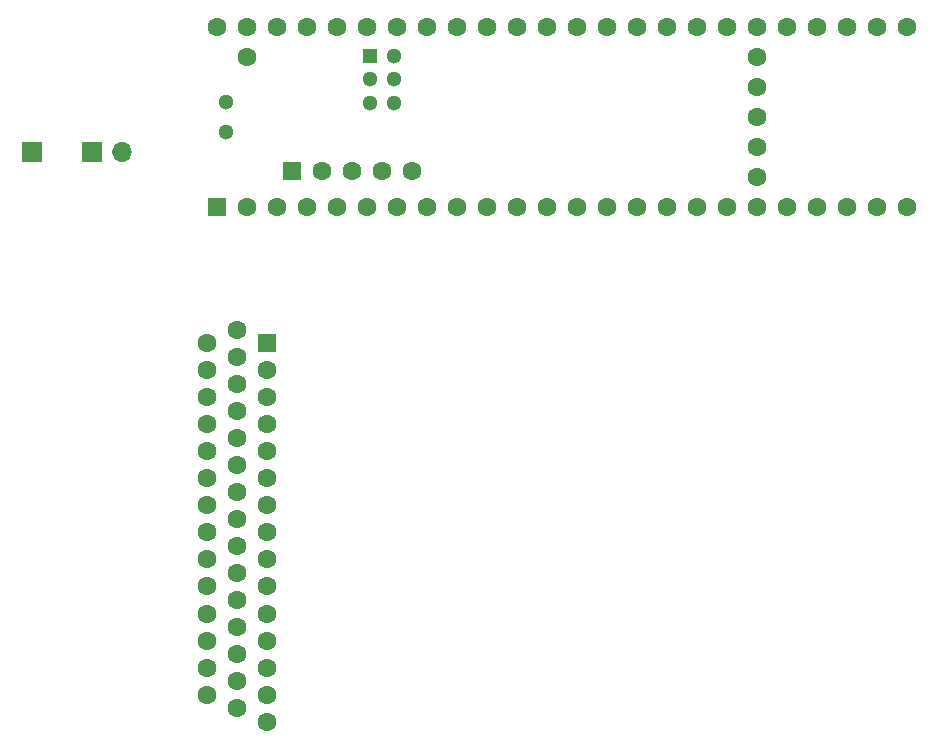
<source format=gbr>
%TF.GenerationSoftware,KiCad,Pcbnew,8.0.6*%
%TF.CreationDate,2024-12-22T02:50:07-05:00*%
%TF.ProjectId,accessory_test,61636365-7373-46f7-9279-5f746573742e,rev?*%
%TF.SameCoordinates,Original*%
%TF.FileFunction,Soldermask,Bot*%
%TF.FilePolarity,Negative*%
%FSLAX46Y46*%
G04 Gerber Fmt 4.6, Leading zero omitted, Abs format (unit mm)*
G04 Created by KiCad (PCBNEW 8.0.6) date 2024-12-22 02:50:07*
%MOMM*%
%LPD*%
G01*
G04 APERTURE LIST*
%ADD10O,1.700000X1.700000*%
%ADD11R,1.700000X1.700000*%
%ADD12R,1.600000X1.600000*%
%ADD13C,1.600000*%
%ADD14R,1.300000X1.300000*%
%ADD15C,1.300000*%
G04 APERTURE END LIST*
D10*
%TO.C,J3*%
X96621600Y-63550800D03*
D11*
X94081600Y-63550800D03*
%TD*%
D12*
%TO.C,U3*%
X104648000Y-68211000D03*
D13*
X107188000Y-68211000D03*
X109728000Y-68211000D03*
X112268000Y-68211000D03*
X114808000Y-68211000D03*
X117348000Y-68211000D03*
X119888000Y-68211000D03*
X122428000Y-68211000D03*
X124968000Y-68211000D03*
X127508000Y-68211000D03*
X130048000Y-68211000D03*
X132588000Y-68211000D03*
X135128000Y-68211000D03*
X137668000Y-68211000D03*
X140208000Y-68211000D03*
X142748000Y-68211000D03*
X145288000Y-68211000D03*
X147828000Y-68211000D03*
X150368000Y-68211000D03*
X152908000Y-68211000D03*
X155448000Y-68211000D03*
X157988000Y-68211000D03*
X160528000Y-68211000D03*
X163068000Y-68211000D03*
X163068000Y-52971000D03*
X160528000Y-52971000D03*
X157988000Y-52971000D03*
X155448000Y-52971000D03*
X152908000Y-52971000D03*
X150368000Y-52971000D03*
X147828000Y-52971000D03*
X145288000Y-52971000D03*
X142748000Y-52971000D03*
X140208000Y-52971000D03*
X137668000Y-52971000D03*
X135128000Y-52971000D03*
X132588000Y-52971000D03*
X130048000Y-52971000D03*
X127508000Y-52971000D03*
X124968000Y-52971000D03*
X122428000Y-52971000D03*
X119888000Y-52971000D03*
X117348000Y-52971000D03*
X114808000Y-52971000D03*
X112268000Y-52971000D03*
X109728000Y-52971000D03*
X107188000Y-52971000D03*
X104648000Y-52971000D03*
X107188000Y-55511000D03*
X150368000Y-65671000D03*
X150368000Y-63131000D03*
X150368000Y-60591000D03*
X150368000Y-58051000D03*
X150368000Y-55511000D03*
D12*
X110947200Y-65160200D03*
D13*
X113487200Y-65160200D03*
X116027200Y-65160200D03*
X118567200Y-65160200D03*
X121107200Y-65160200D03*
D14*
X117618000Y-55409400D03*
D15*
X117618000Y-57409400D03*
X117618000Y-59409400D03*
X119618000Y-59409400D03*
X119618000Y-57409400D03*
X119618000Y-55409400D03*
X105378000Y-59321000D03*
X105378000Y-61861000D03*
%TD*%
D11*
%TO.C,J2*%
X89001600Y-63550800D03*
%TD*%
D12*
%TO.C,J1*%
X108865331Y-79725000D03*
D13*
X108865331Y-82015000D03*
X108865331Y-84305000D03*
X108865331Y-86595000D03*
X108865331Y-88885000D03*
X108865331Y-91175000D03*
X108865331Y-93465000D03*
X108865331Y-95755000D03*
X108865331Y-98045000D03*
X108865331Y-100335000D03*
X108865331Y-102625000D03*
X108865331Y-104915000D03*
X108865331Y-107205000D03*
X108865331Y-109495000D03*
X108865331Y-111785000D03*
X106325331Y-78580000D03*
X106325331Y-80870000D03*
X106325331Y-83160000D03*
X106325331Y-85450000D03*
X106325331Y-87740000D03*
X106325331Y-90030000D03*
X106325331Y-92320000D03*
X106325331Y-94610000D03*
X106325331Y-96900000D03*
X106325331Y-99190000D03*
X106325331Y-101480000D03*
X106325331Y-103770000D03*
X106325331Y-106060000D03*
X106325331Y-108350000D03*
X106325331Y-110640000D03*
X103785331Y-79725000D03*
X103785331Y-82015000D03*
X103785331Y-84305000D03*
X103785331Y-86595000D03*
X103785331Y-88885000D03*
X103785331Y-91175000D03*
X103785331Y-93465000D03*
X103785331Y-95755000D03*
X103785331Y-98045000D03*
X103785331Y-100335000D03*
X103785331Y-102625000D03*
X103785331Y-104915000D03*
X103785331Y-107205000D03*
X103785331Y-109495000D03*
%TD*%
M02*

</source>
